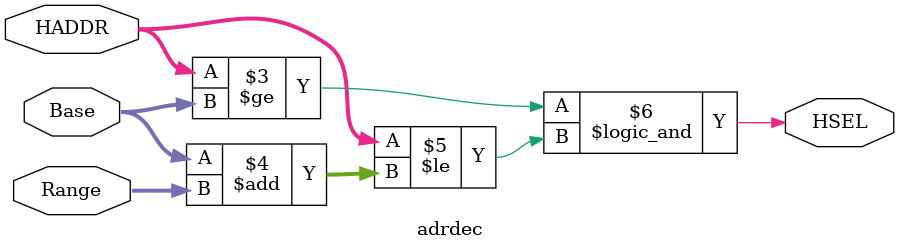
<source format=sv>

`include "wally-config.vh"

module adrdec (
  input  logic [31:0] HADDR,
  input  logic [31:0] Base, Range,
  output logic        HSEL
);

  logic [31:0] match;

  // determine if an address is in a range starting at the base
  // for example, if Base = 0x04002000 and range = 0x00000FFF,
  // then anything address between 0x04002000 and 0x04002FFF should match (HSEL=1)

  assign match = (HADDR ~^ Base) | Range;
  //assign HSEL = &match;
  assign HSEL = (HADDR >= Base) && (HADDR <= Base + Range);

endmodule


</source>
